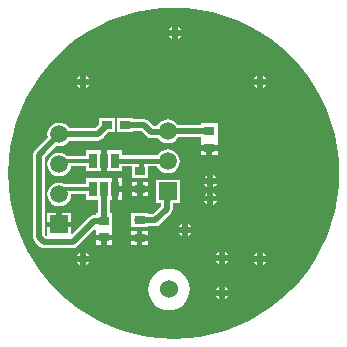
<source format=gtl>
%FSLAX25Y25*%
%MOIN*%
G70*
G01*
G75*
G04 Layer_Physical_Order=1*
G04 Layer_Color=255*
%ADD10R,0.03347X0.02756*%
%ADD11R,0.02756X0.05118*%
%ADD12R,0.03543X0.02756*%
%ADD13R,0.03543X0.03150*%
%ADD14C,0.01969*%
%ADD15C,0.00984*%
%ADD16C,0.01181*%
%ADD17C,0.01575*%
%ADD18C,0.06000*%
%ADD19C,0.05906*%
%ADD20R,0.05906X0.05906*%
%ADD21C,0.02500*%
G36*
X547241Y476802D02*
X551542Y476293D01*
X555790Y475448D01*
X559959Y474272D01*
X564022Y472773D01*
X567956Y470960D01*
X571735Y468843D01*
X575336Y466437D01*
X578737Y463756D01*
X581918Y460815D01*
X584858Y457635D01*
X587539Y454234D01*
X589946Y450632D01*
X592062Y446853D01*
X593875Y442920D01*
X595374Y438857D01*
X596550Y434688D01*
X597395Y430440D01*
X597904Y426139D01*
X598074Y421811D01*
X597904Y417483D01*
X597395Y413182D01*
X596550Y408934D01*
X595374Y404765D01*
X593875Y400702D01*
X592062Y396769D01*
X589946Y392990D01*
X587539Y389388D01*
X584858Y385987D01*
X581918Y382807D01*
X578737Y379867D01*
X575336Y377185D01*
X571735Y374779D01*
X567956Y372662D01*
X564022Y370849D01*
X559959Y369350D01*
X555790Y368175D01*
X551542Y367330D01*
X547241Y366820D01*
X542913Y366650D01*
X538586Y366820D01*
X534284Y367330D01*
X530036Y368175D01*
X525868Y369350D01*
X521804Y370849D01*
X517871Y372662D01*
X514092Y374779D01*
X510491Y377185D01*
X507089Y379867D01*
X503909Y382807D01*
X500969Y385987D01*
X498287Y389388D01*
X495881Y392990D01*
X494381Y395669D01*
X494094D01*
Y396180D01*
X493765Y396769D01*
X491952Y400702D01*
X490452Y404765D01*
X489277Y408934D01*
X488432Y413182D01*
X487923Y417483D01*
X487753Y421811D01*
X487923Y426139D01*
X488432Y430440D01*
X489277Y434688D01*
X490452Y438857D01*
X491952Y442920D01*
X493765Y446853D01*
X495881Y450632D01*
X498287Y454234D01*
X500969Y457635D01*
X503909Y460815D01*
X507089Y463756D01*
X510491Y466437D01*
X514092Y468843D01*
X517871Y470960D01*
X521804Y472773D01*
X525868Y474272D01*
X530036Y475448D01*
X534284Y476293D01*
X538586Y476802D01*
X542913Y476972D01*
X547241Y476802D01*
D02*
G37*
%LPC*%
G36*
X530512Y399213D02*
X528724D01*
Y397819D01*
X530512D01*
Y399213D01*
D02*
G37*
G36*
X534268D02*
X532480D01*
Y397819D01*
X534268D01*
Y399213D01*
D02*
G37*
G36*
X545717Y401899D02*
X544653D01*
X545079Y401261D01*
X545717Y400835D01*
Y401899D01*
D02*
G37*
G36*
X522457Y399410D02*
X520669D01*
Y397819D01*
X522457D01*
Y399410D01*
D02*
G37*
G36*
X558071Y395749D02*
X557433Y395323D01*
X557007Y394685D01*
X558071D01*
Y395749D01*
D02*
G37*
G36*
X560039D02*
Y394685D01*
X561103D01*
X560677Y395323D01*
X560039Y395749D01*
D02*
G37*
G36*
X518701Y399410D02*
X516913D01*
Y397819D01*
X518701D01*
Y399410D01*
D02*
G37*
G36*
X548749Y401899D02*
X547685D01*
Y400835D01*
X548323Y401261D01*
X548749Y401899D01*
D02*
G37*
G36*
X503740Y408677D02*
X500772D01*
Y405709D01*
X503740D01*
Y408677D01*
D02*
G37*
G36*
X508677D02*
X505709D01*
Y405709D01*
X508677D01*
Y408677D01*
D02*
G37*
G36*
X544898Y419701D02*
X536992D01*
Y411795D01*
X538528D01*
Y410680D01*
X535973Y408125D01*
X534268D01*
Y408480D01*
X528724D01*
Y406298D01*
X528686Y406102D01*
X528724Y405907D01*
Y403724D01*
X534268D01*
Y404079D01*
X536811D01*
X537585Y404233D01*
X538242Y404672D01*
X541982Y408412D01*
X542420Y409068D01*
X542574Y409842D01*
Y411795D01*
X544898D01*
Y419701D01*
D02*
G37*
G36*
X547685Y404932D02*
Y403867D01*
X548749D01*
X548323Y404505D01*
X547685Y404932D01*
D02*
G37*
G36*
X530512Y402575D02*
X528724D01*
Y401181D01*
X530512D01*
Y402575D01*
D02*
G37*
G36*
X534268D02*
X532480D01*
Y401181D01*
X534268D01*
Y402575D01*
D02*
G37*
G36*
X545717Y404932D02*
X545079Y404505D01*
X544653Y403867D01*
X545717D01*
Y404932D01*
D02*
G37*
G36*
X560039Y383938D02*
Y382874D01*
X561103D01*
X560677Y383512D01*
X560039Y383938D01*
D02*
G37*
G36*
X511614Y392323D02*
X510550D01*
X510976Y391685D01*
X511614Y391259D01*
Y392323D01*
D02*
G37*
G36*
X514647D02*
X513583D01*
Y391259D01*
X514221Y391685D01*
X514647Y392323D01*
D02*
G37*
G36*
X558071Y383938D02*
X557433Y383512D01*
X557007Y382874D01*
X558071D01*
Y383938D01*
D02*
G37*
G36*
X541339Y390010D02*
X539985Y389877D01*
X538683Y389482D01*
X537484Y388840D01*
X536432Y387977D01*
X535569Y386926D01*
X534928Y385726D01*
X534533Y384425D01*
X534400Y383071D01*
X534533Y381717D01*
X534928Y380416D01*
X535569Y379216D01*
X536432Y378164D01*
X537484Y377301D01*
X538683Y376660D01*
X539985Y376265D01*
X541339Y376132D01*
X542692Y376265D01*
X543994Y376660D01*
X545194Y377301D01*
X546245Y378164D01*
X547108Y379216D01*
X547749Y380416D01*
X548144Y381717D01*
X548278Y383071D01*
X548144Y384425D01*
X547749Y385726D01*
X547108Y386926D01*
X546245Y387977D01*
X545194Y388840D01*
X543994Y389482D01*
X542692Y389877D01*
X541339Y390010D01*
D02*
G37*
G36*
X558071Y380906D02*
X557007D01*
X557433Y380268D01*
X558071Y379841D01*
Y380906D01*
D02*
G37*
G36*
X561103D02*
X560039D01*
Y379841D01*
X560677Y380268D01*
X561103Y380906D01*
D02*
G37*
G36*
X570669Y392323D02*
X569605D01*
X570031Y391685D01*
X570669Y391259D01*
Y392323D01*
D02*
G37*
G36*
X513583Y395356D02*
Y394291D01*
X514647D01*
X514221Y394929D01*
X513583Y395356D01*
D02*
G37*
G36*
X570669D02*
X570031Y394929D01*
X569605Y394291D01*
X570669D01*
Y395356D01*
D02*
G37*
G36*
X572638D02*
Y394291D01*
X573702D01*
X573276Y394929D01*
X572638Y395356D01*
D02*
G37*
G36*
X511614D02*
X510976Y394929D01*
X510550Y394291D01*
X511614D01*
Y395356D01*
D02*
G37*
G36*
X573702Y392323D02*
X572638D01*
Y391259D01*
X573276Y391685D01*
X573702Y392323D01*
D02*
G37*
G36*
X558071Y392717D02*
X557007D01*
X557433Y392079D01*
X558071Y391652D01*
Y392717D01*
D02*
G37*
G36*
X561103D02*
X560039D01*
Y391652D01*
X560677Y392079D01*
X561103Y392717D01*
D02*
G37*
G36*
X554134Y412402D02*
X553070D01*
X553496Y411764D01*
X554134Y411337D01*
Y412402D01*
D02*
G37*
G36*
X514647Y451378D02*
X513583D01*
Y450314D01*
X514221Y450740D01*
X514647Y451378D01*
D02*
G37*
G36*
X570669D02*
X569605D01*
X570031Y450740D01*
X570669Y450314D01*
Y451378D01*
D02*
G37*
G36*
X573702D02*
X572638D01*
Y450314D01*
X573276Y450740D01*
X573702Y451378D01*
D02*
G37*
G36*
X511614D02*
X510550D01*
X510976Y450740D01*
X511614Y450314D01*
Y451378D01*
D02*
G37*
G36*
X540945Y429735D02*
X539913Y429599D01*
X538951Y429201D01*
X538126Y428567D01*
X537542Y427807D01*
X525803D01*
Y429543D01*
X520669D01*
Y425984D01*
Y422425D01*
X525803D01*
Y424162D01*
X528921D01*
Y420079D01*
X534465D01*
Y424162D01*
X537324D01*
X537492Y423755D01*
X538126Y422929D01*
X538951Y422295D01*
X539913Y421897D01*
X540945Y421761D01*
X541977Y421897D01*
X542938Y422295D01*
X543764Y422929D01*
X544398Y423755D01*
X544796Y424716D01*
X544932Y425748D01*
X544796Y426780D01*
X544398Y427741D01*
X543764Y428567D01*
X542938Y429201D01*
X541977Y429599D01*
X540945Y429735D01*
D02*
G37*
G36*
X529347Y440173D02*
X524000D01*
Y435417D01*
X529347D01*
Y435772D01*
X532233D01*
X534002Y434002D01*
X534659Y433564D01*
X535433Y433410D01*
X537757D01*
X538126Y432929D01*
X538951Y432295D01*
X539913Y431897D01*
X540945Y431761D01*
X541977Y431897D01*
X542938Y432295D01*
X543764Y432929D01*
X544375Y433725D01*
X551953D01*
Y433252D01*
X551953D01*
X551953Y432890D01*
X551953D01*
Y431299D01*
X557496D01*
Y432890D01*
X557496D01*
X557496Y433252D01*
X557496Y433252D01*
Y433252D01*
Y438402D01*
X551953D01*
Y437771D01*
X544375D01*
X543764Y438567D01*
X542938Y439201D01*
X541977Y439599D01*
X540945Y439735D01*
X539913Y439599D01*
X538951Y439201D01*
X538126Y438567D01*
X537492Y437742D01*
X537374Y437456D01*
X536271D01*
X534501Y439226D01*
X533845Y439664D01*
X533071Y439818D01*
X529347D01*
Y440173D01*
D02*
G37*
G36*
X523244D02*
X517898D01*
Y437983D01*
X516662Y436748D01*
X508154D01*
X507544Y437543D01*
X506718Y438177D01*
X505756Y438575D01*
X504724Y438711D01*
X503692Y438575D01*
X502731Y438177D01*
X501905Y437543D01*
X501272Y436718D01*
X500873Y435756D01*
X500738Y434724D01*
X500869Y433730D01*
X496601Y429462D01*
X496162Y428806D01*
X496008Y428031D01*
Y400394D01*
X496162Y399620D01*
X496601Y398963D01*
X498176Y397388D01*
X498832Y396950D01*
X499606Y396796D01*
X509252D01*
X510026Y396950D01*
X510682Y397388D01*
X516451Y403157D01*
X516913Y402966D01*
Y401378D01*
X522457D01*
Y402969D01*
X522457D01*
X522457Y403331D01*
X522457Y403331D01*
Y403331D01*
Y408480D01*
X521708D01*
Y412976D01*
X522441D01*
Y416535D01*
Y420094D01*
X513567D01*
Y418157D01*
X506744D01*
X506718Y418177D01*
X505756Y418575D01*
X504724Y418711D01*
X503692Y418575D01*
X502731Y418177D01*
X501905Y417544D01*
X501272Y416718D01*
X500873Y415756D01*
X500738Y414724D01*
X500873Y413693D01*
X501272Y412731D01*
X501905Y411905D01*
X502731Y411272D01*
X503692Y410873D01*
X504724Y410738D01*
X505756Y410873D01*
X506718Y411272D01*
X507544Y411905D01*
X508177Y412731D01*
X508575Y413693D01*
X508711Y414724D01*
X508877Y414914D01*
X513567D01*
Y412976D01*
X517662D01*
Y408480D01*
X516913D01*
Y407929D01*
X516339D01*
X515564Y407775D01*
X514908Y407336D01*
X509139Y401567D01*
X508677Y401758D01*
Y403740D01*
X500772D01*
Y401168D01*
X500470Y401043D01*
X500055Y401321D01*
Y427193D01*
X503730Y430868D01*
X504724Y430738D01*
X505756Y430873D01*
X506718Y431272D01*
X507544Y431905D01*
X508154Y432701D01*
X517717D01*
X518491Y432855D01*
X519147Y433294D01*
X519583Y433946D01*
X521054Y435417D01*
X523244D01*
Y440173D01*
D02*
G37*
G36*
X511614Y454411D02*
X510976Y453984D01*
X510550Y453346D01*
X511614D01*
Y454411D01*
D02*
G37*
G36*
X545356Y467520D02*
X544291D01*
Y466456D01*
X544929Y466882D01*
X545356Y467520D01*
D02*
G37*
G36*
X542323Y470552D02*
X541685Y470126D01*
X541259Y469488D01*
X542323D01*
Y470552D01*
D02*
G37*
G36*
X544291D02*
Y469488D01*
X545356D01*
X544929Y470126D01*
X544291Y470552D01*
D02*
G37*
G36*
X542323Y467520D02*
X541259D01*
X541685Y466882D01*
X542323Y466456D01*
Y467520D01*
D02*
G37*
G36*
X513583Y454411D02*
Y453346D01*
X514647D01*
X514221Y453984D01*
X513583Y454411D01*
D02*
G37*
G36*
X570669D02*
X570031Y453984D01*
X569605Y453346D01*
X570669D01*
Y454411D01*
D02*
G37*
G36*
X572638D02*
Y453346D01*
X573702D01*
X573276Y453984D01*
X572638Y454411D01*
D02*
G37*
G36*
X557496Y429331D02*
X555709D01*
Y427740D01*
X557496D01*
Y429331D01*
D02*
G37*
G36*
X554134Y415434D02*
X553496Y415008D01*
X553070Y414370D01*
X554134D01*
Y415434D01*
D02*
G37*
G36*
X556102D02*
Y414370D01*
X557166D01*
X556740Y415008D01*
X556102Y415434D01*
D02*
G37*
G36*
X554134Y418307D02*
X553070D01*
X553496Y417669D01*
X554134Y417243D01*
Y418307D01*
D02*
G37*
G36*
X534465Y415567D02*
X532677D01*
Y414173D01*
X534465D01*
Y415567D01*
D02*
G37*
G36*
X557166Y412402D02*
X556102D01*
Y411337D01*
X556740Y411764D01*
X557166Y412402D01*
D02*
G37*
G36*
X525803Y415551D02*
X524409D01*
Y412976D01*
X525803D01*
Y415551D01*
D02*
G37*
G36*
X530709Y415567D02*
X528921D01*
Y414173D01*
X530709D01*
Y415567D01*
D02*
G37*
G36*
X557166Y418307D02*
X556102D01*
Y417243D01*
X556740Y417669D01*
X557166Y418307D01*
D02*
G37*
G36*
X556102Y421340D02*
Y420276D01*
X557166D01*
X556740Y420914D01*
X556102Y421340D01*
D02*
G37*
G36*
X518701Y429543D02*
X513567D01*
Y427606D01*
X507462D01*
X506718Y428177D01*
X505756Y428575D01*
X504724Y428711D01*
X503692Y428575D01*
X502731Y428177D01*
X501905Y427543D01*
X501272Y426718D01*
X500873Y425756D01*
X500738Y424724D01*
X500873Y423693D01*
X501272Y422731D01*
X501905Y421905D01*
X502731Y421272D01*
X503692Y420873D01*
X504724Y420738D01*
X505756Y420873D01*
X506718Y421272D01*
X507544Y421905D01*
X508177Y422731D01*
X508575Y423693D01*
X508664Y424363D01*
X513567D01*
Y422425D01*
X518701D01*
Y425984D01*
Y429543D01*
D02*
G37*
G36*
X553740Y429331D02*
X551953D01*
Y427740D01*
X553740D01*
Y429331D01*
D02*
G37*
G36*
X554134Y421340D02*
X553496Y420914D01*
X553070Y420276D01*
X554134D01*
Y421340D01*
D02*
G37*
G36*
X525803Y420094D02*
X524409D01*
Y417520D01*
X525803D01*
Y420094D01*
D02*
G37*
G36*
X530709Y418929D02*
X528921D01*
Y417535D01*
X530709D01*
Y418929D01*
D02*
G37*
G36*
X534465D02*
X532677D01*
Y417535D01*
X534465D01*
Y418929D01*
D02*
G37*
%LPD*%
D10*
X520571Y437795D02*
D03*
X526673D02*
D03*
D11*
X523425Y425984D02*
D03*
X519685D02*
D03*
X515945D02*
D03*
Y416535D02*
D03*
X519685D02*
D03*
X523425D02*
D03*
D12*
X531496Y406102D02*
D03*
Y400197D02*
D03*
X531693Y422457D02*
D03*
Y416551D02*
D03*
D13*
X519685Y400394D02*
D03*
Y405905D02*
D03*
X554724Y430315D02*
D03*
Y435827D02*
D03*
D14*
X554646Y435748D02*
X554724Y435827D01*
X540945Y435748D02*
X554646D01*
X526673Y437795D02*
X533071D01*
X517717Y434941D02*
X520571Y437795D01*
X517717Y434724D02*
Y434941D01*
X533071Y437795D02*
X535433Y435433D01*
X540630D02*
X540945Y435748D01*
X535433Y435433D02*
X540630D01*
X498032Y400394D02*
X499606Y398819D01*
X504724Y434724D02*
X517717D01*
X519685Y405905D02*
Y416535D01*
X519685Y405905D02*
X519685Y405905D01*
X516339Y405905D02*
X519685D01*
X509252Y398819D02*
X516339Y405905D01*
X499606Y398819D02*
X509252D01*
X530709Y406102D02*
X536811D01*
X540551Y409842D01*
Y412992D01*
X542520Y414961D01*
X498032Y428031D02*
X504724Y434724D01*
X498032Y400394D02*
Y428031D01*
D15*
X504724Y414724D02*
X506535Y416535D01*
X504724Y424724D02*
X505984Y425984D01*
D16*
X506535Y416535D02*
X515945D01*
X505984Y425984D02*
X515945D01*
D17*
X531890Y423032D02*
Y424961D01*
X523425Y425984D02*
X540315D01*
X540945Y425354D01*
D18*
X541339Y383071D02*
D03*
D19*
X540945Y435748D02*
D03*
Y425748D02*
D03*
X504724Y414724D02*
D03*
Y424724D02*
D03*
Y434724D02*
D03*
D20*
X540945Y415748D02*
D03*
X504724Y404724D02*
D03*
D21*
X555118Y413386D02*
D03*
Y419291D02*
D03*
X571654Y393307D02*
D03*
X559055Y393701D02*
D03*
X543307Y468504D02*
D03*
X571654Y452362D02*
D03*
X559055Y381890D02*
D03*
X512598Y452362D02*
D03*
Y393307D02*
D03*
X546701Y402883D02*
D03*
M02*

</source>
